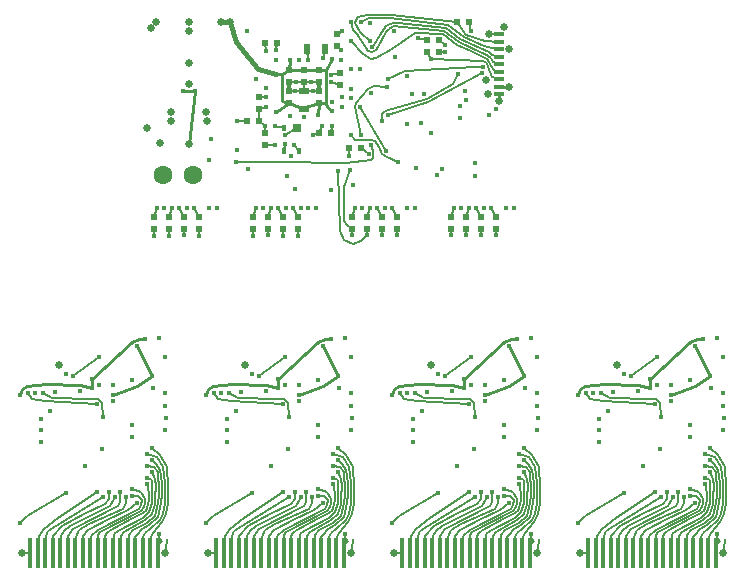
<source format=gbl>
G04 (created by PCBNEW-RS274X (2010-03-14)-final) date Thu 13 Oct 2011 08:56:15 PM EDT*
G01*
G70*
G90*
%MOIN*%
G04 Gerber Fmt 3.4, Leading zero omitted, Abs format*
%FSLAX34Y34*%
G04 APERTURE LIST*
%ADD10C,0.001000*%
%ADD11R,0.010600X0.015700*%
%ADD12R,0.023600X0.019700*%
%ADD13R,0.019700X0.023600*%
%ADD14R,0.035400X0.023600*%
%ADD15R,0.023600X0.035400*%
%ADD16C,0.063000*%
%ADD17R,0.013000X0.100000*%
%ADD18R,0.016500X0.023600*%
%ADD19R,0.031500X0.027600*%
%ADD20R,0.032000X0.013000*%
%ADD21C,0.016000*%
%ADD22C,0.025000*%
%ADD23C,0.005000*%
%ADD24C,0.010000*%
%ADD25C,0.008000*%
%ADD26C,0.015000*%
G04 APERTURE END LIST*
G54D10*
G54D11*
X22252Y-01500D03*
X22448Y-01500D03*
X34652Y-01500D03*
X34848Y-01500D03*
X40852Y-01500D03*
X41048Y-01500D03*
X28452Y-01500D03*
X28648Y-01500D03*
G54D12*
X23000Y09297D03*
X23000Y08903D03*
X23500Y09297D03*
X23500Y08903D03*
X22500Y09297D03*
X22500Y08903D03*
X22000Y09297D03*
X22000Y08903D03*
X29600Y09297D03*
X29600Y08903D03*
X30100Y09297D03*
X30100Y08903D03*
X29100Y09297D03*
X29100Y08903D03*
X28600Y09297D03*
X28600Y08903D03*
X32900Y09297D03*
X32900Y08903D03*
X33400Y09297D03*
X33400Y08903D03*
X32400Y09297D03*
X32400Y08903D03*
X31900Y09297D03*
X31900Y08903D03*
X26300Y09297D03*
X26300Y08903D03*
X26800Y09297D03*
X26800Y08903D03*
X25800Y09297D03*
X25800Y08903D03*
X25300Y09297D03*
X25300Y08903D03*
X27500Y13803D03*
X27500Y14197D03*
X27500Y13497D03*
X27500Y13103D03*
X27000Y13803D03*
X27000Y14197D03*
X28100Y15003D03*
X28100Y15397D03*
X25500Y13297D03*
X25500Y12903D03*
X25700Y11703D03*
X25700Y12097D03*
G54D13*
X28503Y11600D03*
X28897Y11600D03*
X25103Y12500D03*
X25497Y12500D03*
X27897Y12100D03*
X27503Y12100D03*
G54D12*
X28200Y13703D03*
X28200Y14097D03*
X26500Y13803D03*
X26500Y14197D03*
X26500Y13497D03*
X26500Y13103D03*
G54D14*
X27000Y12905D03*
X27000Y13495D03*
G54D15*
X27105Y14900D03*
X27695Y14900D03*
G54D16*
X22300Y10700D03*
X23300Y10700D03*
G54D17*
X17875Y-01900D03*
X18125Y-01900D03*
X18375Y-01900D03*
X18625Y-01900D03*
X18875Y-01900D03*
X19125Y-01900D03*
X19375Y-01900D03*
X19625Y-01900D03*
X19875Y-01900D03*
X20125Y-01900D03*
X20375Y-01900D03*
X20625Y-01900D03*
X20875Y-01900D03*
X21125Y-01900D03*
X21375Y-01900D03*
X21625Y-01900D03*
X21875Y-01900D03*
X22125Y-01900D03*
X30275Y-01900D03*
X30525Y-01900D03*
X30775Y-01900D03*
X31025Y-01900D03*
X31275Y-01900D03*
X31525Y-01900D03*
X31775Y-01900D03*
X32025Y-01900D03*
X32275Y-01900D03*
X32525Y-01900D03*
X32775Y-01900D03*
X33025Y-01900D03*
X33275Y-01900D03*
X33525Y-01900D03*
X33775Y-01900D03*
X34025Y-01900D03*
X34275Y-01900D03*
X34525Y-01900D03*
X36475Y-01900D03*
X36725Y-01900D03*
X36975Y-01900D03*
X37225Y-01900D03*
X37475Y-01900D03*
X37725Y-01900D03*
X37975Y-01900D03*
X38225Y-01900D03*
X38475Y-01900D03*
X38725Y-01900D03*
X38975Y-01900D03*
X39225Y-01900D03*
X39475Y-01900D03*
X39725Y-01900D03*
X39975Y-01900D03*
X40225Y-01900D03*
X40475Y-01900D03*
X40725Y-01900D03*
X24075Y-01900D03*
X24325Y-01900D03*
X24575Y-01900D03*
X24825Y-01900D03*
X25075Y-01900D03*
X25325Y-01900D03*
X25575Y-01900D03*
X25825Y-01900D03*
X26075Y-01900D03*
X26325Y-01900D03*
X26575Y-01900D03*
X26825Y-01900D03*
X27075Y-01900D03*
X27325Y-01900D03*
X27575Y-01900D03*
X27825Y-01900D03*
X28075Y-01900D03*
X28325Y-01900D03*
G54D18*
X26336Y12284D03*
G54D19*
X26789Y12284D03*
G54D18*
X26848Y11496D03*
X26336Y11496D03*
G54D13*
X31103Y15200D03*
X31497Y15200D03*
X32497Y15800D03*
X32103Y15800D03*
X31497Y14800D03*
X31103Y14800D03*
G54D20*
X33500Y15400D03*
X33500Y15150D03*
X33500Y14900D03*
X33500Y14650D03*
X33500Y14400D03*
X33500Y14150D03*
X33500Y13900D03*
X33500Y13650D03*
X33500Y13400D03*
G54D13*
X26097Y15100D03*
X25703Y15100D03*
G54D21*
X28886Y14237D03*
X26704Y10232D03*
X28571Y13285D03*
X28631Y10376D03*
X28267Y12986D03*
X27918Y10219D03*
X29753Y11510D03*
X28882Y12974D03*
X30808Y15255D03*
X29799Y12695D03*
X32947Y14098D03*
X26682Y11714D03*
X29798Y13912D03*
X32969Y14311D03*
X28892Y12030D03*
X29774Y13645D03*
X28581Y12033D03*
X30142Y11150D03*
X29239Y11699D03*
X24748Y11152D03*
X26361Y12024D03*
X23504Y08685D03*
X26798Y08678D03*
X30098Y08697D03*
X33400Y08704D03*
X29242Y13447D03*
X29601Y12491D03*
X32142Y14080D03*
X28892Y15821D03*
X29272Y14970D03*
X28573Y15811D03*
X28569Y15187D03*
X29200Y15169D03*
X31230Y14556D03*
X20106Y00144D03*
X20303Y-00018D03*
X20495Y00138D03*
X20692Y-00014D03*
X20882Y00146D03*
X21083Y-00014D03*
X21431Y-00243D03*
X21291Y00018D03*
X21291Y00239D03*
X21786Y00397D03*
X21783Y00609D03*
X27983Y00609D03*
X21928Y00814D03*
X21785Y01007D03*
X21928Y01200D03*
X21783Y01397D03*
X21932Y01588D03*
X19059Y04076D03*
X20637Y03386D03*
X21933Y04016D03*
X21453Y04989D03*
G54D22*
X18858Y04355D03*
G54D21*
X19308Y04007D03*
X20296Y02623D03*
X18302Y03446D03*
X20097Y03067D03*
X17798Y03451D03*
X28571Y14226D03*
X26899Y09608D03*
X26306Y00144D03*
X26503Y-00018D03*
X26695Y00138D03*
X26892Y-00014D03*
X27082Y00146D03*
X27283Y-00014D03*
X27631Y-00243D03*
X27491Y00018D03*
X27491Y00239D03*
X27986Y00397D03*
X28128Y00814D03*
X27985Y01007D03*
X28128Y01200D03*
X27983Y01397D03*
X28132Y01588D03*
X25259Y04076D03*
X27653Y04989D03*
X28133Y04016D03*
X26837Y03386D03*
G54D22*
X25058Y04355D03*
G54D21*
X25508Y04007D03*
X26368Y04643D03*
X32568Y04643D03*
X24502Y03446D03*
X26496Y02623D03*
X23998Y03451D03*
X26297Y03067D03*
X22997Y08688D03*
X26299Y08685D03*
X29595Y08694D03*
X32900Y08700D03*
X28576Y13583D03*
X32506Y00144D03*
X32703Y-00018D03*
X32895Y00138D03*
X33092Y-00014D03*
X33282Y00146D03*
X33483Y-00014D03*
X33831Y-00243D03*
X33691Y00018D03*
X33691Y00239D03*
X34186Y00397D03*
X34183Y00609D03*
X34328Y00814D03*
X34185Y01007D03*
X34328Y01200D03*
X34183Y01397D03*
X34332Y01588D03*
X31459Y04076D03*
X33853Y04989D03*
X34333Y04016D03*
X33037Y03386D03*
G54D22*
X31258Y04355D03*
G54D21*
X31708Y04007D03*
X30702Y03446D03*
X32696Y02623D03*
X30198Y03451D03*
X32497Y03067D03*
X38706Y00144D03*
X38903Y-00018D03*
X39095Y00138D03*
X39292Y-00014D03*
X39482Y00146D03*
X39683Y-00014D03*
X40031Y-00243D03*
X39891Y00018D03*
X39891Y00239D03*
X40386Y00397D03*
X40383Y00609D03*
X40528Y00814D03*
X40385Y01007D03*
X40528Y01200D03*
X40383Y01397D03*
X40532Y01588D03*
X28145Y10841D03*
X22497Y08682D03*
X25802Y08688D03*
X29104Y08697D03*
X32403Y08700D03*
X22003Y08679D03*
X25308Y08685D03*
X28595Y08708D03*
X31900Y08697D03*
X28555Y10863D03*
X37659Y04076D03*
X40053Y04989D03*
X40533Y04016D03*
X39237Y03386D03*
G54D22*
X37458Y04355D03*
G54D21*
X37908Y04007D03*
X38768Y04643D03*
X20168Y04643D03*
X36902Y03446D03*
X38896Y02623D03*
X36398Y03451D03*
X38697Y03067D03*
X21276Y02380D03*
X21276Y01985D03*
X22391Y02194D03*
X22403Y02607D03*
X22391Y03008D03*
X19551Y03502D03*
X18707Y03465D03*
X21269Y03875D03*
X20648Y03166D03*
X20637Y03696D03*
X20172Y03696D03*
X22379Y03429D03*
X21987Y03594D03*
X22160Y05275D03*
X22387Y04651D03*
X18240Y01791D03*
X18243Y02191D03*
X18245Y02576D03*
X18545Y02845D03*
X18052Y03449D03*
X20276Y01575D03*
X19705Y00999D03*
G54D22*
X22367Y-01901D03*
X17599Y-01896D03*
G54D21*
X23103Y09610D03*
X23845Y09611D03*
X22358Y09614D03*
X25658Y09614D03*
X27145Y09611D03*
X26403Y09610D03*
G54D22*
X23799Y-01896D03*
X28567Y-01901D03*
G54D21*
X25905Y00999D03*
X26476Y01575D03*
X24252Y03449D03*
X24745Y02845D03*
X24445Y02576D03*
X24443Y02191D03*
X24440Y01791D03*
X28587Y04651D03*
X28360Y05275D03*
X28187Y03594D03*
X28579Y03429D03*
X26372Y03696D03*
X26837Y03696D03*
X26848Y03166D03*
X27469Y03875D03*
X24907Y03465D03*
X25751Y03502D03*
X28591Y03008D03*
X28603Y02607D03*
X28591Y02194D03*
X27476Y01985D03*
X27476Y02380D03*
X28958Y09614D03*
X30445Y09611D03*
X29703Y09610D03*
G54D22*
X29999Y-01896D03*
X34767Y-01901D03*
G54D21*
X32105Y00999D03*
X32676Y01575D03*
X30452Y03449D03*
X30945Y02845D03*
X30645Y02576D03*
X30643Y02191D03*
X30640Y01791D03*
X34787Y04651D03*
X34560Y05275D03*
X34387Y03594D03*
X34779Y03429D03*
X32572Y03696D03*
X33037Y03696D03*
X33048Y03166D03*
X33669Y03875D03*
X31107Y03465D03*
X31951Y03502D03*
X34791Y03008D03*
X34803Y02607D03*
X34791Y02194D03*
X33676Y01985D03*
X33676Y02380D03*
X32258Y09614D03*
X33745Y09611D03*
X33003Y09610D03*
G54D22*
X36199Y-01896D03*
X40967Y-01901D03*
G54D21*
X38305Y00999D03*
X38876Y01575D03*
X36652Y03449D03*
X37145Y02845D03*
X36845Y02576D03*
X36843Y02191D03*
X36840Y01791D03*
X40987Y04651D03*
X40760Y05275D03*
X40587Y03594D03*
X40979Y03429D03*
X38772Y03696D03*
X39237Y03696D03*
X39248Y03166D03*
X39869Y03875D03*
X37307Y03465D03*
X38151Y03502D03*
X40991Y03008D03*
X41003Y02607D03*
X40991Y02194D03*
X39876Y01985D03*
X39876Y02380D03*
X30736Y10922D03*
X26056Y12342D03*
X26056Y11714D03*
X26577Y11349D03*
X27948Y12339D03*
X27940Y13126D03*
X27918Y13804D03*
X28244Y14533D03*
X27635Y14605D03*
X26843Y14532D03*
X26061Y14858D03*
X26064Y14547D03*
X25743Y13294D03*
X25739Y13605D03*
X28239Y14867D03*
X30607Y13394D03*
X31001Y13390D03*
X30434Y14009D03*
X32197Y12601D03*
X32193Y12999D03*
X32422Y13194D03*
X33189Y12719D03*
X33395Y12908D03*
X32692Y11104D03*
X32698Y10687D03*
X31606Y10904D03*
X31428Y10704D03*
X28512Y11337D03*
G54D22*
X33836Y14906D03*
X33088Y13864D03*
X33509Y13157D03*
X23759Y12516D03*
X23754Y12815D03*
X22571Y12818D03*
X22573Y12516D03*
X23165Y13751D03*
X23162Y14438D03*
X23162Y15793D03*
X23162Y15508D03*
G54D21*
X26447Y10680D03*
X25153Y10919D03*
X26497Y13652D03*
X27500Y13655D03*
X27297Y13501D03*
X26703Y13496D03*
X26736Y13808D03*
X27255Y13803D03*
X30439Y12392D03*
X30897Y12444D03*
G54D22*
X33164Y15399D03*
G54D21*
X23918Y11906D03*
X23827Y11205D03*
X24778Y11554D03*
X31716Y14796D03*
X31242Y12098D03*
X25115Y15495D03*
X27011Y12643D03*
G54D22*
X22220Y11785D03*
X21788Y12282D03*
G54D21*
X24779Y12501D03*
X31694Y15030D03*
X22097Y09617D03*
X22596Y09609D03*
X23352Y09610D03*
X22845Y09607D03*
X17558Y-00879D03*
X19061Y00117D03*
X25261Y00117D03*
X22174Y-01268D03*
X28697Y09617D03*
X29196Y09609D03*
X29952Y09610D03*
X29445Y09607D03*
X29958Y-00879D03*
X31461Y00117D03*
X34574Y-01268D03*
X31997Y09617D03*
X32496Y09609D03*
X33252Y09610D03*
X32745Y09607D03*
X36158Y-00879D03*
X37661Y00117D03*
X40774Y-01268D03*
X25397Y09617D03*
X25896Y09609D03*
X26652Y09610D03*
X26145Y09607D03*
X23758Y-00879D03*
X28374Y-01268D03*
X27475Y12705D03*
X27926Y12823D03*
X27951Y14557D03*
X26533Y14532D03*
X26071Y14073D03*
X26063Y12818D03*
G54D22*
X24241Y15810D03*
X24534Y15810D03*
G54D21*
X26374Y11722D03*
X27157Y14536D03*
X27914Y14054D03*
X26527Y12681D03*
X25719Y12324D03*
X25735Y12972D03*
X30027Y14649D03*
X32562Y15492D03*
X29167Y11388D03*
X25758Y14839D03*
X28267Y15490D03*
X29210Y15775D03*
X27303Y12036D03*
X27618Y12338D03*
X25416Y13921D03*
X32370Y13490D03*
X30020Y15500D03*
G54D22*
X22062Y15805D03*
X21900Y15611D03*
G54D21*
X28271Y13291D03*
X22973Y13520D03*
X23368Y13516D03*
G54D22*
X23175Y11739D03*
G54D21*
X21714Y05251D03*
X19935Y03612D03*
X19939Y03911D03*
X17546Y03370D03*
X24099Y09594D03*
X27399Y09594D03*
X23746Y03370D03*
X26139Y03911D03*
X26135Y03612D03*
X27914Y05251D03*
X30699Y09594D03*
X29946Y03370D03*
X32339Y03911D03*
X32335Y03612D03*
X34114Y05251D03*
X33999Y09594D03*
X36146Y03370D03*
X38539Y03911D03*
X38535Y03612D03*
X40314Y05251D03*
G54D22*
X33149Y13414D03*
X33849Y13644D03*
X33670Y15640D03*
G54D23*
X29753Y11510D02*
X28882Y12974D01*
X30808Y15255D02*
X31103Y15200D01*
X32947Y14098D02*
X31147Y13142D01*
X31147Y13142D02*
X29799Y12695D01*
X26848Y11496D02*
X26682Y11714D01*
X29798Y13912D02*
X30371Y14161D01*
X30371Y14161D02*
X32709Y14309D01*
X32969Y14311D02*
X32709Y14309D01*
X28892Y12030D02*
X28700Y12955D01*
X28700Y12955D02*
X28745Y13101D01*
X28745Y13101D02*
X29147Y13582D01*
X29147Y13582D02*
X29331Y13675D01*
X29331Y13675D02*
X29774Y13645D01*
X28581Y12033D02*
X28712Y11871D01*
X29379Y11822D02*
X29504Y11630D01*
X29504Y11630D02*
X29602Y11418D01*
X29602Y11418D02*
X29775Y11314D01*
X29775Y11314D02*
X30142Y11150D01*
X29249Y11863D02*
X29379Y11822D01*
X28712Y11871D02*
X29249Y11863D01*
X29239Y11699D02*
X29323Y11521D01*
X29323Y11521D02*
X29323Y11287D01*
X29323Y11287D02*
X29251Y11197D01*
X29251Y11197D02*
X28418Y11107D01*
X28418Y11107D02*
X26081Y11139D01*
X26081Y11139D02*
X24748Y11152D01*
X26361Y12024D02*
X26789Y12284D01*
X23500Y08903D02*
X23504Y08685D01*
X26798Y08678D02*
X26800Y08903D01*
X30100Y08903D02*
X30098Y08697D01*
X33400Y08903D02*
X33400Y08704D01*
X29601Y12491D02*
X29620Y12737D01*
X29620Y12737D02*
X29714Y12838D01*
X29714Y12838D02*
X31109Y13236D01*
X31109Y13236D02*
X31962Y13746D01*
X32142Y14080D02*
X31962Y13746D01*
X28892Y15821D02*
X29180Y15932D01*
X29180Y15932D02*
X29879Y15945D01*
X29879Y15945D02*
X31795Y15703D01*
X31795Y15703D02*
X32340Y15298D01*
X32340Y15298D02*
X33008Y15001D01*
X33008Y15001D02*
X33282Y14924D01*
X33282Y14924D02*
X33500Y14900D01*
X33500Y14900D02*
X33637Y14884D01*
X32216Y15245D02*
X31741Y15609D01*
X30145Y15762D02*
X31741Y15609D01*
X29332Y15039D02*
X29272Y14970D01*
X29531Y15358D02*
X29332Y15039D01*
X29531Y15358D02*
X29756Y15668D01*
X29756Y15668D02*
X29885Y15750D01*
X29885Y15750D02*
X30006Y15773D01*
X30006Y15773D02*
X30145Y15762D01*
X33500Y14650D02*
X33285Y14699D01*
X33285Y14699D02*
X33160Y14797D01*
X33160Y14797D02*
X32876Y14923D01*
X32876Y14923D02*
X32220Y15241D01*
X32936Y14786D02*
X32160Y15136D01*
X32160Y15136D02*
X31683Y15505D01*
X31683Y15505D02*
X29982Y15660D01*
X29982Y15660D02*
X29928Y15646D01*
X29847Y15586D02*
X29747Y15467D01*
X29847Y15586D02*
X29928Y15646D01*
X29472Y14973D02*
X29747Y15467D01*
X29472Y14973D02*
X29395Y14857D01*
X29395Y14857D02*
X29283Y14798D01*
X29283Y14798D02*
X29139Y14852D01*
X29139Y14852D02*
X28775Y15409D01*
X28775Y15409D02*
X28628Y15553D01*
X28628Y15553D02*
X28573Y15811D01*
X33500Y14400D02*
X33314Y14475D01*
X33314Y14475D02*
X33235Y14589D01*
X33235Y14589D02*
X33148Y14678D01*
X33148Y14678D02*
X33046Y14738D01*
X33046Y14738D02*
X32936Y14786D01*
X28569Y15187D02*
X28987Y14746D01*
X28987Y14746D02*
X29240Y14581D01*
X29240Y14581D02*
X29416Y14590D01*
X29416Y14590D02*
X29938Y14912D01*
X29938Y14912D02*
X30717Y15425D01*
X30717Y15425D02*
X31639Y15403D01*
X31639Y15403D02*
X32106Y15050D01*
X32106Y15050D02*
X32570Y14839D01*
X32570Y14839D02*
X33099Y14576D01*
X33099Y14576D02*
X33190Y14471D01*
X33500Y14150D02*
X33326Y14214D01*
X33326Y14214D02*
X33229Y14342D01*
X33229Y14342D02*
X33190Y14471D01*
X29200Y15169D02*
X28860Y15466D01*
X28860Y15466D02*
X28724Y15771D01*
X28724Y15771D02*
X28742Y15872D01*
X28742Y15872D02*
X28796Y15969D01*
X28796Y15969D02*
X29112Y16045D01*
X29112Y16045D02*
X29894Y16054D01*
X29894Y16054D02*
X32103Y15800D01*
X32103Y15800D02*
X32408Y15379D01*
X32408Y15379D02*
X33034Y15171D01*
X33034Y15171D02*
X33500Y15150D01*
X31103Y14800D02*
X31230Y14556D01*
X31230Y14556D02*
X32974Y14493D01*
X32974Y14493D02*
X33095Y14424D01*
X33095Y14424D02*
X33130Y14320D01*
X33130Y14320D02*
X33263Y13961D01*
X33263Y13961D02*
X33500Y13900D01*
X18125Y-01900D02*
X18160Y-01327D01*
X18160Y-01327D02*
X18339Y-01085D01*
X18339Y-01085D02*
X18794Y-00722D01*
X18794Y-00722D02*
X20106Y00144D01*
X18375Y-01900D02*
X18412Y-01332D01*
X18412Y-01332D02*
X18489Y-01172D01*
X18489Y-01172D02*
X18731Y-00983D01*
X18731Y-00983D02*
X20303Y-00018D01*
X18625Y-01900D02*
X18654Y-01336D01*
X18654Y-01336D02*
X18946Y-01002D01*
X18946Y-01002D02*
X19677Y-00586D01*
X19677Y-00586D02*
X20372Y-00276D01*
X20372Y-00276D02*
X20494Y-00107D01*
X20494Y-00107D02*
X20495Y00138D01*
X18875Y-01900D02*
X18920Y-01332D01*
X18920Y-01332D02*
X18999Y-01167D01*
X18999Y-01167D02*
X19193Y-00997D01*
X19193Y-00997D02*
X20537Y-00339D01*
X20537Y-00339D02*
X20691Y-00102D01*
X20692Y-00014D02*
X20691Y-00102D01*
X19125Y-01900D02*
X19135Y-01336D01*
X19135Y-01336D02*
X19294Y-01084D01*
X19294Y-01084D02*
X20795Y-00334D01*
X20795Y-00334D02*
X20886Y-00194D01*
X20886Y-00194D02*
X20882Y00146D01*
X19375Y-01900D02*
X19396Y-01346D01*
X19396Y-01346D02*
X19512Y-01128D01*
X19512Y-01128D02*
X19846Y-00934D01*
X19846Y-00934D02*
X20960Y-00426D01*
X20960Y-00426D02*
X21084Y-00245D01*
X21084Y-00245D02*
X21083Y-00014D01*
X19625Y-01900D02*
X19653Y-01327D01*
X19653Y-01327D02*
X19812Y-01138D01*
X19812Y-01138D02*
X20437Y-00789D01*
X20437Y-00789D02*
X21143Y-00450D01*
X21143Y-00450D02*
X21431Y-00243D01*
X19875Y-01900D02*
X19914Y-01331D01*
X19914Y-01331D02*
X20151Y-01114D01*
X20151Y-01114D02*
X21492Y-00423D01*
X21492Y-00423D02*
X21583Y-00312D01*
X21583Y-00312D02*
X21595Y-00115D01*
X21466Y00019D02*
X21291Y00018D01*
X21595Y-00115D02*
X21466Y00019D01*
X21291Y00239D02*
X21581Y00128D01*
X21581Y00128D02*
X21704Y-00080D01*
X21704Y-00080D02*
X21697Y-00243D01*
X21697Y-00243D02*
X21681Y-00374D01*
X21681Y-00374D02*
X21562Y-00500D01*
X21562Y-00500D02*
X20212Y-01196D01*
X20212Y-01196D02*
X20132Y-01297D01*
X20132Y-01297D02*
X20125Y-01900D01*
X21786Y00397D02*
X21840Y00112D01*
X21840Y00112D02*
X21842Y-00131D01*
X21842Y-00131D02*
X21788Y-00379D01*
X21788Y-00379D02*
X21746Y-00481D01*
X21585Y-00610D02*
X21746Y-00481D01*
X21585Y-00610D02*
X21310Y-00743D01*
X21310Y-00743D02*
X20524Y-01176D01*
X20524Y-01176D02*
X20403Y-01259D01*
X20403Y-01259D02*
X20374Y-01356D01*
X20374Y-01356D02*
X20375Y-01900D01*
X20798Y-01160D02*
X20660Y-01278D01*
X20660Y-01278D02*
X20625Y-01900D01*
X21653Y-00719D02*
X20798Y-01160D01*
X21850Y-00527D02*
X21653Y-00719D01*
X21954Y00399D02*
X21947Y00044D01*
X21947Y00044D02*
X21940Y-00215D01*
X21940Y-00215D02*
X21850Y-00527D01*
X21935Y00544D02*
X21954Y00399D01*
X21783Y00609D02*
X21935Y00544D01*
X27983Y00609D02*
X28135Y00544D01*
X21928Y00814D02*
X22041Y00578D01*
X22041Y00578D02*
X22061Y00329D01*
X22061Y00329D02*
X22054Y-00040D01*
X22054Y-00040D02*
X22038Y-00246D01*
X22038Y-00246D02*
X21935Y-00593D01*
X21935Y-00593D02*
X21716Y-00801D01*
X21716Y-00801D02*
X21008Y-01181D01*
X21008Y-01181D02*
X20892Y-01341D01*
X20892Y-01341D02*
X20875Y-01900D01*
X21785Y01007D02*
X22015Y00963D01*
X22015Y00963D02*
X22130Y00797D01*
X22130Y00797D02*
X22143Y00605D01*
X22143Y00605D02*
X22166Y00358D01*
X22166Y00358D02*
X22160Y00023D01*
X22160Y00023D02*
X22143Y-00241D01*
X22143Y-00241D02*
X22033Y-00654D01*
X22033Y-00654D02*
X21772Y-00885D01*
X21772Y-00885D02*
X21321Y-01128D01*
X21321Y-01128D02*
X21173Y-01293D01*
X21173Y-01293D02*
X21125Y-01900D01*
X21928Y01200D02*
X22085Y01076D01*
X22222Y00880D02*
X22269Y00429D01*
X22269Y00429D02*
X22267Y00072D01*
X22267Y00072D02*
X22251Y-00229D01*
X22251Y-00229D02*
X22143Y-00691D01*
X22143Y-00691D02*
X21847Y-00960D01*
X21847Y-00960D02*
X21618Y-01084D01*
X21618Y-01084D02*
X21425Y-01279D01*
X21425Y-01279D02*
X21389Y-01355D01*
X21389Y-01355D02*
X21375Y-01900D01*
X22085Y01076D02*
X22222Y00880D01*
X21783Y01397D02*
X22105Y01317D01*
X22105Y01317D02*
X22318Y00971D01*
X22318Y00971D02*
X22373Y00434D01*
X22373Y00434D02*
X22366Y-00234D01*
X22366Y-00234D02*
X22311Y-00579D01*
X22311Y-00579D02*
X22202Y-00801D01*
X22202Y-00801D02*
X21865Y-01093D01*
X21865Y-01093D02*
X21704Y-01235D01*
X21704Y-01235D02*
X21644Y-01377D01*
X21644Y-01377D02*
X21625Y-01900D01*
X21932Y01588D02*
X22206Y01365D01*
X22206Y01365D02*
X22441Y00968D01*
X22441Y00968D02*
X22482Y00312D01*
X22482Y00312D02*
X22471Y-00235D01*
X22471Y-00235D02*
X22416Y-00612D01*
X22416Y-00612D02*
X22290Y-00855D01*
X22290Y-00855D02*
X21980Y-01231D01*
X21980Y-01231D02*
X21916Y-01374D01*
X21916Y-01374D02*
X21875Y-01900D01*
G54D24*
X21453Y04989D02*
X21933Y04016D01*
X20637Y03386D02*
X21449Y03678D01*
X21449Y03678D02*
X21933Y04016D01*
G54D23*
X20168Y04643D02*
X19308Y04007D01*
X20296Y02623D02*
X20275Y03094D01*
X20275Y03094D02*
X20222Y03175D01*
X20222Y03175D02*
X20144Y03225D01*
X20144Y03225D02*
X19976Y03232D01*
X19976Y03232D02*
X18595Y03256D01*
X18302Y03446D02*
X18595Y03256D01*
X20097Y03067D02*
X18376Y03168D01*
X18376Y03168D02*
X17952Y03245D01*
X17798Y03451D02*
X17952Y03245D01*
X24994Y-00722D02*
X26306Y00144D01*
X24539Y-01085D02*
X24994Y-00722D01*
X24360Y-01327D02*
X24539Y-01085D01*
X24325Y-01900D02*
X24360Y-01327D01*
X24931Y-00983D02*
X26503Y-00018D01*
X24689Y-01172D02*
X24931Y-00983D01*
X24612Y-01332D02*
X24689Y-01172D01*
X24575Y-01900D02*
X24612Y-01332D01*
X26694Y-00107D02*
X26695Y00138D01*
X26572Y-00276D02*
X26694Y-00107D01*
X25877Y-00586D02*
X26572Y-00276D01*
X25146Y-01002D02*
X25877Y-00586D01*
X24854Y-01336D02*
X25146Y-01002D01*
X24825Y-01900D02*
X24854Y-01336D01*
X26892Y-00014D02*
X26891Y-00102D01*
X26737Y-00339D02*
X26891Y-00102D01*
X25393Y-00997D02*
X26737Y-00339D01*
X25199Y-01167D02*
X25393Y-00997D01*
X25120Y-01332D02*
X25199Y-01167D01*
X25075Y-01900D02*
X25120Y-01332D01*
X27086Y-00194D02*
X27082Y00146D01*
X26995Y-00334D02*
X27086Y-00194D01*
X25494Y-01084D02*
X26995Y-00334D01*
X25335Y-01336D02*
X25494Y-01084D01*
X25325Y-01900D02*
X25335Y-01336D01*
X27284Y-00245D02*
X27283Y-00014D01*
X27160Y-00426D02*
X27284Y-00245D01*
X26046Y-00934D02*
X27160Y-00426D01*
X25712Y-01128D02*
X26046Y-00934D01*
X25596Y-01346D02*
X25712Y-01128D01*
X25575Y-01900D02*
X25596Y-01346D01*
X27343Y-00450D02*
X27631Y-00243D01*
X26637Y-00789D02*
X27343Y-00450D01*
X26012Y-01138D02*
X26637Y-00789D01*
X25853Y-01327D02*
X26012Y-01138D01*
X25825Y-01900D02*
X25853Y-01327D01*
X27795Y-00115D02*
X27666Y00019D01*
X27666Y00019D02*
X27491Y00018D01*
X27783Y-00312D02*
X27795Y-00115D01*
X27692Y-00423D02*
X27783Y-00312D01*
X26351Y-01114D02*
X27692Y-00423D01*
X26114Y-01331D02*
X26351Y-01114D01*
X26075Y-01900D02*
X26114Y-01331D01*
X26332Y-01297D02*
X26325Y-01900D01*
X26412Y-01196D02*
X26332Y-01297D01*
X27762Y-00500D02*
X26412Y-01196D01*
X27881Y-00374D02*
X27762Y-00500D01*
X27897Y-00243D02*
X27881Y-00374D01*
X27904Y-00080D02*
X27897Y-00243D01*
X27781Y00128D02*
X27904Y-00080D01*
X27491Y00239D02*
X27781Y00128D01*
X26574Y-01356D02*
X26575Y-01900D01*
X26603Y-01259D02*
X26574Y-01356D01*
X26724Y-01176D02*
X26603Y-01259D01*
X27510Y-00743D02*
X26724Y-01176D01*
X27785Y-00610D02*
X27510Y-00743D01*
X27785Y-00610D02*
X27946Y-00481D01*
X27988Y-00379D02*
X27946Y-00481D01*
X28042Y-00131D02*
X27988Y-00379D01*
X28040Y00112D02*
X28042Y-00131D01*
X27986Y00397D02*
X28040Y00112D01*
X28140Y-00215D02*
X28050Y-00527D01*
X28147Y00044D02*
X28140Y-00215D01*
X28154Y00399D02*
X28147Y00044D01*
X28135Y00544D02*
X28154Y00399D01*
X28050Y-00527D02*
X27853Y-00719D01*
X27853Y-00719D02*
X26998Y-01160D01*
X26860Y-01278D02*
X26825Y-01900D01*
X26998Y-01160D02*
X26860Y-01278D01*
X27092Y-01341D02*
X27075Y-01900D01*
X27208Y-01181D02*
X27092Y-01341D01*
X27916Y-00801D02*
X27208Y-01181D01*
X28135Y-00593D02*
X27916Y-00801D01*
X28238Y-00246D02*
X28135Y-00593D01*
X28254Y-00040D02*
X28238Y-00246D01*
X28261Y00329D02*
X28254Y-00040D01*
X28241Y00578D02*
X28261Y00329D01*
X28128Y00814D02*
X28241Y00578D01*
X27373Y-01293D02*
X27325Y-01900D01*
X27521Y-01128D02*
X27373Y-01293D01*
X27972Y-00885D02*
X27521Y-01128D01*
X28233Y-00654D02*
X27972Y-00885D01*
X28343Y-00241D02*
X28233Y-00654D01*
X28360Y00023D02*
X28343Y-00241D01*
X28366Y00358D02*
X28360Y00023D01*
X28343Y00605D02*
X28366Y00358D01*
X28330Y00797D02*
X28343Y00605D01*
X28215Y00963D02*
X28330Y00797D01*
X27985Y01007D02*
X28215Y00963D01*
X28285Y01076D02*
X28422Y00880D01*
X27589Y-01355D02*
X27575Y-01900D01*
X27625Y-01279D02*
X27589Y-01355D01*
X27818Y-01084D02*
X27625Y-01279D01*
X28047Y-00960D02*
X27818Y-01084D01*
X28343Y-00691D02*
X28047Y-00960D01*
X28451Y-00229D02*
X28343Y-00691D01*
X28467Y00072D02*
X28451Y-00229D01*
X28469Y00429D02*
X28467Y00072D01*
X28422Y00880D02*
X28469Y00429D01*
X28128Y01200D02*
X28285Y01076D01*
X27844Y-01377D02*
X27825Y-01900D01*
X27904Y-01235D02*
X27844Y-01377D01*
X28065Y-01093D02*
X27904Y-01235D01*
X28402Y-00801D02*
X28065Y-01093D01*
X28511Y-00579D02*
X28402Y-00801D01*
X28566Y-00234D02*
X28511Y-00579D01*
X28573Y00434D02*
X28566Y-00234D01*
X28518Y00971D02*
X28573Y00434D01*
X28305Y01317D02*
X28518Y00971D01*
X27983Y01397D02*
X28305Y01317D01*
X28116Y-01374D02*
X28075Y-01900D01*
X28180Y-01231D02*
X28116Y-01374D01*
X28490Y-00855D02*
X28180Y-01231D01*
X28616Y-00612D02*
X28490Y-00855D01*
X28671Y-00235D02*
X28616Y-00612D01*
X28682Y00312D02*
X28671Y-00235D01*
X28641Y00968D02*
X28682Y00312D01*
X28406Y01365D02*
X28641Y00968D01*
X28132Y01588D02*
X28406Y01365D01*
G54D24*
X27649Y03678D02*
X28133Y04016D01*
X26837Y03386D02*
X27649Y03678D01*
X27653Y04989D02*
X28133Y04016D01*
G54D23*
X26368Y04643D02*
X25508Y04007D01*
X32568Y04643D02*
X31708Y04007D01*
X24502Y03446D02*
X24795Y03256D01*
X26176Y03232D02*
X24795Y03256D01*
X26344Y03225D02*
X26176Y03232D01*
X26422Y03175D02*
X26344Y03225D01*
X26475Y03094D02*
X26422Y03175D01*
X26496Y02623D02*
X26475Y03094D01*
X23998Y03451D02*
X24152Y03245D01*
X24576Y03168D02*
X24152Y03245D01*
X26297Y03067D02*
X24576Y03168D01*
X23000Y08903D02*
X22997Y08688D01*
X26300Y08903D02*
X26299Y08685D01*
X29600Y08903D02*
X29595Y08694D01*
X32900Y08903D02*
X32900Y08700D01*
X31194Y-00722D02*
X32506Y00144D01*
X30739Y-01085D02*
X31194Y-00722D01*
X30560Y-01327D02*
X30739Y-01085D01*
X30525Y-01900D02*
X30560Y-01327D01*
X31131Y-00983D02*
X32703Y-00018D01*
X30889Y-01172D02*
X31131Y-00983D01*
X30812Y-01332D02*
X30889Y-01172D01*
X30775Y-01900D02*
X30812Y-01332D01*
X32894Y-00107D02*
X32895Y00138D01*
X32772Y-00276D02*
X32894Y-00107D01*
X32077Y-00586D02*
X32772Y-00276D01*
X31346Y-01002D02*
X32077Y-00586D01*
X31054Y-01336D02*
X31346Y-01002D01*
X31025Y-01900D02*
X31054Y-01336D01*
X33092Y-00014D02*
X33091Y-00102D01*
X32937Y-00339D02*
X33091Y-00102D01*
X31593Y-00997D02*
X32937Y-00339D01*
X31399Y-01167D02*
X31593Y-00997D01*
X31320Y-01332D02*
X31399Y-01167D01*
X31275Y-01900D02*
X31320Y-01332D01*
X33286Y-00194D02*
X33282Y00146D01*
X33195Y-00334D02*
X33286Y-00194D01*
X31694Y-01084D02*
X33195Y-00334D01*
X31535Y-01336D02*
X31694Y-01084D01*
X31525Y-01900D02*
X31535Y-01336D01*
X33484Y-00245D02*
X33483Y-00014D01*
X33360Y-00426D02*
X33484Y-00245D01*
X32246Y-00934D02*
X33360Y-00426D01*
X31912Y-01128D02*
X32246Y-00934D01*
X31796Y-01346D02*
X31912Y-01128D01*
X31775Y-01900D02*
X31796Y-01346D01*
X33543Y-00450D02*
X33831Y-00243D01*
X32837Y-00789D02*
X33543Y-00450D01*
X32212Y-01138D02*
X32837Y-00789D01*
X32053Y-01327D02*
X32212Y-01138D01*
X32025Y-01900D02*
X32053Y-01327D01*
X33995Y-00115D02*
X33866Y00019D01*
X33866Y00019D02*
X33691Y00018D01*
X33983Y-00312D02*
X33995Y-00115D01*
X33892Y-00423D02*
X33983Y-00312D01*
X32551Y-01114D02*
X33892Y-00423D01*
X32314Y-01331D02*
X32551Y-01114D01*
X32275Y-01900D02*
X32314Y-01331D01*
X32532Y-01297D02*
X32525Y-01900D01*
X32612Y-01196D02*
X32532Y-01297D01*
X33962Y-00500D02*
X32612Y-01196D01*
X34081Y-00374D02*
X33962Y-00500D01*
X34097Y-00243D02*
X34081Y-00374D01*
X34104Y-00080D02*
X34097Y-00243D01*
X33981Y00128D02*
X34104Y-00080D01*
X33691Y00239D02*
X33981Y00128D01*
X32774Y-01356D02*
X32775Y-01900D01*
X32803Y-01259D02*
X32774Y-01356D01*
X32924Y-01176D02*
X32803Y-01259D01*
X33710Y-00743D02*
X32924Y-01176D01*
X33985Y-00610D02*
X33710Y-00743D01*
X33985Y-00610D02*
X34146Y-00481D01*
X34188Y-00379D02*
X34146Y-00481D01*
X34242Y-00131D02*
X34188Y-00379D01*
X34240Y00112D02*
X34242Y-00131D01*
X34186Y00397D02*
X34240Y00112D01*
X34340Y-00215D02*
X34250Y-00527D01*
X34347Y00044D02*
X34340Y-00215D01*
X34354Y00399D02*
X34347Y00044D01*
X34335Y00544D02*
X34354Y00399D01*
X34183Y00609D02*
X34335Y00544D01*
X34250Y-00527D02*
X34053Y-00719D01*
X34053Y-00719D02*
X33198Y-01160D01*
X33060Y-01278D02*
X33025Y-01900D01*
X33198Y-01160D02*
X33060Y-01278D01*
X33292Y-01341D02*
X33275Y-01900D01*
X33408Y-01181D02*
X33292Y-01341D01*
X34116Y-00801D02*
X33408Y-01181D01*
X34335Y-00593D02*
X34116Y-00801D01*
X34438Y-00246D02*
X34335Y-00593D01*
X34454Y-00040D02*
X34438Y-00246D01*
X34461Y00329D02*
X34454Y-00040D01*
X34441Y00578D02*
X34461Y00329D01*
X34328Y00814D02*
X34441Y00578D01*
X33573Y-01293D02*
X33525Y-01900D01*
X33721Y-01128D02*
X33573Y-01293D01*
X34172Y-00885D02*
X33721Y-01128D01*
X34433Y-00654D02*
X34172Y-00885D01*
X34543Y-00241D02*
X34433Y-00654D01*
X34560Y00023D02*
X34543Y-00241D01*
X34566Y00358D02*
X34560Y00023D01*
X34543Y00605D02*
X34566Y00358D01*
X34530Y00797D02*
X34543Y00605D01*
X34415Y00963D02*
X34530Y00797D01*
X34185Y01007D02*
X34415Y00963D01*
X34485Y01076D02*
X34622Y00880D01*
X33789Y-01355D02*
X33775Y-01900D01*
X33825Y-01279D02*
X33789Y-01355D01*
X34018Y-01084D02*
X33825Y-01279D01*
X34247Y-00960D02*
X34018Y-01084D01*
X34543Y-00691D02*
X34247Y-00960D01*
X34651Y-00229D02*
X34543Y-00691D01*
X34667Y00072D02*
X34651Y-00229D01*
X34669Y00429D02*
X34667Y00072D01*
X34622Y00880D02*
X34669Y00429D01*
X34328Y01200D02*
X34485Y01076D01*
X34044Y-01377D02*
X34025Y-01900D01*
X34104Y-01235D02*
X34044Y-01377D01*
X34265Y-01093D02*
X34104Y-01235D01*
X34602Y-00801D02*
X34265Y-01093D01*
X34711Y-00579D02*
X34602Y-00801D01*
X34766Y-00234D02*
X34711Y-00579D01*
X34773Y00434D02*
X34766Y-00234D01*
X34718Y00971D02*
X34773Y00434D01*
X34505Y01317D02*
X34718Y00971D01*
X34183Y01397D02*
X34505Y01317D01*
X34316Y-01374D02*
X34275Y-01900D01*
X34380Y-01231D02*
X34316Y-01374D01*
X34690Y-00855D02*
X34380Y-01231D01*
X34816Y-00612D02*
X34690Y-00855D01*
X34871Y-00235D02*
X34816Y-00612D01*
X34882Y00312D02*
X34871Y-00235D01*
X34841Y00968D02*
X34882Y00312D01*
X34606Y01365D02*
X34841Y00968D01*
X34332Y01588D02*
X34606Y01365D01*
G54D24*
X33849Y03678D02*
X34333Y04016D01*
X33037Y03386D02*
X33849Y03678D01*
X33853Y04989D02*
X34333Y04016D01*
G54D23*
X30702Y03446D02*
X30995Y03256D01*
X32376Y03232D02*
X30995Y03256D01*
X32544Y03225D02*
X32376Y03232D01*
X32622Y03175D02*
X32544Y03225D01*
X32675Y03094D02*
X32622Y03175D01*
X32696Y02623D02*
X32675Y03094D01*
X30198Y03451D02*
X30352Y03245D01*
X30776Y03168D02*
X30352Y03245D01*
X32497Y03067D02*
X30776Y03168D01*
X37394Y-00722D02*
X38706Y00144D01*
X36939Y-01085D02*
X37394Y-00722D01*
X36760Y-01327D02*
X36939Y-01085D01*
X36725Y-01900D02*
X36760Y-01327D01*
X37331Y-00983D02*
X38903Y-00018D01*
X37089Y-01172D02*
X37331Y-00983D01*
X37012Y-01332D02*
X37089Y-01172D01*
X36975Y-01900D02*
X37012Y-01332D01*
X39094Y-00107D02*
X39095Y00138D01*
X38972Y-00276D02*
X39094Y-00107D01*
X38277Y-00586D02*
X38972Y-00276D01*
X37546Y-01002D02*
X38277Y-00586D01*
X37254Y-01336D02*
X37546Y-01002D01*
X37225Y-01900D02*
X37254Y-01336D01*
X39292Y-00014D02*
X39291Y-00102D01*
X39137Y-00339D02*
X39291Y-00102D01*
X37793Y-00997D02*
X39137Y-00339D01*
X37599Y-01167D02*
X37793Y-00997D01*
X37520Y-01332D02*
X37599Y-01167D01*
X37475Y-01900D02*
X37520Y-01332D01*
X39486Y-00194D02*
X39482Y00146D01*
X39395Y-00334D02*
X39486Y-00194D01*
X37894Y-01084D02*
X39395Y-00334D01*
X37735Y-01336D02*
X37894Y-01084D01*
X37725Y-01900D02*
X37735Y-01336D01*
X39684Y-00245D02*
X39683Y-00014D01*
X39560Y-00426D02*
X39684Y-00245D01*
X38446Y-00934D02*
X39560Y-00426D01*
X38112Y-01128D02*
X38446Y-00934D01*
X37996Y-01346D02*
X38112Y-01128D01*
X37975Y-01900D02*
X37996Y-01346D01*
X39743Y-00450D02*
X40031Y-00243D01*
X39037Y-00789D02*
X39743Y-00450D01*
X38412Y-01138D02*
X39037Y-00789D01*
X38253Y-01327D02*
X38412Y-01138D01*
X38225Y-01900D02*
X38253Y-01327D01*
X40195Y-00115D02*
X40066Y00019D01*
X40066Y00019D02*
X39891Y00018D01*
X40183Y-00312D02*
X40195Y-00115D01*
X40092Y-00423D02*
X40183Y-00312D01*
X38751Y-01114D02*
X40092Y-00423D01*
X38514Y-01331D02*
X38751Y-01114D01*
X38475Y-01900D02*
X38514Y-01331D01*
X38732Y-01297D02*
X38725Y-01900D01*
X38812Y-01196D02*
X38732Y-01297D01*
X40162Y-00500D02*
X38812Y-01196D01*
X40281Y-00374D02*
X40162Y-00500D01*
X40297Y-00243D02*
X40281Y-00374D01*
X40304Y-00080D02*
X40297Y-00243D01*
X40181Y00128D02*
X40304Y-00080D01*
X39891Y00239D02*
X40181Y00128D01*
X38974Y-01356D02*
X38975Y-01900D01*
X39003Y-01259D02*
X38974Y-01356D01*
X39124Y-01176D02*
X39003Y-01259D01*
X39910Y-00743D02*
X39124Y-01176D01*
X40185Y-00610D02*
X39910Y-00743D01*
X40185Y-00610D02*
X40346Y-00481D01*
X40388Y-00379D02*
X40346Y-00481D01*
X40442Y-00131D02*
X40388Y-00379D01*
X40440Y00112D02*
X40442Y-00131D01*
X40386Y00397D02*
X40440Y00112D01*
X40540Y-00215D02*
X40450Y-00527D01*
X40547Y00044D02*
X40540Y-00215D01*
X40554Y00399D02*
X40547Y00044D01*
X40535Y00544D02*
X40554Y00399D01*
X40383Y00609D02*
X40535Y00544D01*
X40450Y-00527D02*
X40253Y-00719D01*
X40253Y-00719D02*
X39398Y-01160D01*
X39260Y-01278D02*
X39225Y-01900D01*
X39398Y-01160D02*
X39260Y-01278D01*
X39492Y-01341D02*
X39475Y-01900D01*
X39608Y-01181D02*
X39492Y-01341D01*
X40316Y-00801D02*
X39608Y-01181D01*
X40535Y-00593D02*
X40316Y-00801D01*
X40638Y-00246D02*
X40535Y-00593D01*
X40654Y-00040D02*
X40638Y-00246D01*
X40661Y00329D02*
X40654Y-00040D01*
X40641Y00578D02*
X40661Y00329D01*
X40528Y00814D02*
X40641Y00578D01*
X39773Y-01293D02*
X39725Y-01900D01*
X39921Y-01128D02*
X39773Y-01293D01*
X40372Y-00885D02*
X39921Y-01128D01*
X40633Y-00654D02*
X40372Y-00885D01*
X40743Y-00241D02*
X40633Y-00654D01*
X40760Y00023D02*
X40743Y-00241D01*
X40766Y00358D02*
X40760Y00023D01*
X40743Y00605D02*
X40766Y00358D01*
X40730Y00797D02*
X40743Y00605D01*
X40615Y00963D02*
X40730Y00797D01*
X40385Y01007D02*
X40615Y00963D01*
X40685Y01076D02*
X40822Y00880D01*
X39989Y-01355D02*
X39975Y-01900D01*
X40025Y-01279D02*
X39989Y-01355D01*
X40218Y-01084D02*
X40025Y-01279D01*
X40447Y-00960D02*
X40218Y-01084D01*
X40743Y-00691D02*
X40447Y-00960D01*
X40851Y-00229D02*
X40743Y-00691D01*
X40867Y00072D02*
X40851Y-00229D01*
X40869Y00429D02*
X40867Y00072D01*
X40822Y00880D02*
X40869Y00429D01*
X40528Y01200D02*
X40685Y01076D01*
X40244Y-01377D02*
X40225Y-01900D01*
X40304Y-01235D02*
X40244Y-01377D01*
X40465Y-01093D02*
X40304Y-01235D01*
X40802Y-00801D02*
X40465Y-01093D01*
X40911Y-00579D02*
X40802Y-00801D01*
X40966Y-00234D02*
X40911Y-00579D01*
X40973Y00434D02*
X40966Y-00234D01*
X40918Y00971D02*
X40973Y00434D01*
X40705Y01317D02*
X40918Y00971D01*
X40383Y01397D02*
X40705Y01317D01*
X40516Y-01374D02*
X40475Y-01900D01*
X40580Y-01231D02*
X40516Y-01374D01*
X40890Y-00855D02*
X40580Y-01231D01*
X41016Y-00612D02*
X40890Y-00855D01*
X41071Y-00235D02*
X41016Y-00612D01*
X41082Y00312D02*
X41071Y-00235D01*
X41041Y00968D02*
X41082Y00312D01*
X40806Y01365D02*
X41041Y00968D01*
X40532Y01588D02*
X40806Y01365D01*
X22500Y08903D02*
X22497Y08682D01*
X25800Y08903D02*
X25802Y08688D01*
X29100Y08903D02*
X29104Y08697D01*
X32400Y08903D02*
X32403Y08700D01*
X28145Y10841D02*
X28202Y08844D01*
X28202Y08844D02*
X28337Y08538D01*
X28337Y08538D02*
X28652Y08403D01*
X28652Y08403D02*
X28910Y08511D01*
X28910Y08511D02*
X29104Y08697D01*
X22000Y08903D02*
X22003Y08679D01*
X25300Y08903D02*
X25308Y08685D01*
X28595Y08708D02*
X28600Y08903D01*
X31900Y08903D02*
X31900Y08697D01*
X28555Y10863D02*
X28345Y10306D01*
X28345Y10306D02*
X28353Y09185D01*
X28353Y09185D02*
X28434Y09023D01*
X28434Y09023D02*
X28600Y08903D01*
G54D24*
X40049Y03678D02*
X40533Y04016D01*
X39237Y03386D02*
X40049Y03678D01*
X40053Y04989D02*
X40533Y04016D01*
G54D23*
X38768Y04643D02*
X37908Y04007D01*
X36902Y03446D02*
X37195Y03256D01*
X38576Y03232D02*
X37195Y03256D01*
X38744Y03225D02*
X38576Y03232D01*
X38822Y03175D02*
X38744Y03225D01*
X38875Y03094D02*
X38822Y03175D01*
X38896Y02623D02*
X38875Y03094D01*
X36398Y03451D02*
X36552Y03245D01*
X36976Y03168D02*
X36552Y03245D01*
X38697Y03067D02*
X36976Y03168D01*
X22367Y-01901D02*
X22448Y-01500D01*
X17875Y-01900D02*
X17599Y-01896D01*
X24075Y-01900D02*
X23799Y-01896D01*
X28567Y-01901D02*
X28648Y-01500D01*
X30275Y-01900D02*
X29999Y-01896D01*
X34767Y-01901D02*
X34848Y-01500D01*
X36475Y-01900D02*
X36199Y-01896D01*
X40967Y-01901D02*
X41048Y-01500D01*
X26336Y12284D02*
X26056Y12342D01*
X25500Y13297D02*
X25743Y13294D01*
X26097Y15100D02*
X26061Y14858D01*
X28100Y15003D02*
X28239Y14867D01*
X27918Y13804D02*
X28200Y13703D01*
X27897Y12100D02*
X27948Y12339D01*
X28512Y11337D02*
X28503Y11600D01*
G54D24*
X33509Y13157D02*
X33500Y13400D01*
G54D23*
X27695Y14900D02*
X27635Y14605D01*
X26500Y13497D02*
X26497Y13652D01*
X26500Y13803D02*
X26497Y13652D01*
X27500Y13803D02*
X27500Y13655D01*
X27500Y13497D02*
X27500Y13655D01*
X27000Y13495D02*
X27297Y13501D01*
X27500Y13497D02*
X27297Y13501D01*
X26500Y13497D02*
X26703Y13496D01*
X27000Y13495D02*
X26703Y13496D01*
X26500Y13803D02*
X26736Y13808D01*
X27000Y13803D02*
X26736Y13808D01*
X26974Y13804D02*
X27255Y13803D01*
X27500Y13803D02*
X27255Y13803D01*
X27000Y13803D02*
X27000Y13495D01*
X33500Y15400D02*
X33175Y15399D01*
X31497Y14800D02*
X31716Y14796D01*
X25700Y11703D02*
X26056Y11714D01*
X24779Y12501D02*
X25103Y12500D01*
X31497Y15200D02*
X31694Y15030D01*
G54D25*
X22097Y09617D02*
X22000Y09297D01*
X22596Y09609D02*
X22500Y09297D01*
X23352Y09610D02*
X23500Y09297D01*
X22845Y09607D02*
X23000Y09297D01*
G54D23*
X17558Y-00879D02*
X17781Y-00653D01*
X17781Y-00653D02*
X19061Y00117D01*
X23981Y-00653D02*
X25261Y00117D01*
X23758Y-00879D02*
X23981Y-00653D01*
X22125Y-01900D02*
X22175Y-01388D01*
X22174Y-01268D02*
X22175Y-01388D01*
G54D24*
X22252Y-01500D02*
X22171Y-01461D01*
X22252Y-01500D02*
X22162Y-01544D01*
G54D23*
X22175Y-01388D02*
X22252Y-01500D01*
G54D25*
X28697Y09617D02*
X28600Y09297D01*
X29196Y09609D02*
X29100Y09297D01*
X29952Y09610D02*
X30100Y09297D01*
X29445Y09607D02*
X29600Y09297D01*
G54D23*
X30181Y-00653D02*
X31461Y00117D01*
X29958Y-00879D02*
X30181Y-00653D01*
X34575Y-01388D02*
X34652Y-01500D01*
G54D24*
X34652Y-01500D02*
X34562Y-01544D01*
X34652Y-01500D02*
X34571Y-01461D01*
G54D23*
X34574Y-01268D02*
X34575Y-01388D01*
X34525Y-01900D02*
X34575Y-01388D01*
G54D25*
X31997Y09617D02*
X31900Y09297D01*
X32496Y09609D02*
X32400Y09297D01*
X33252Y09610D02*
X33400Y09297D01*
X32745Y09607D02*
X32900Y09297D01*
G54D23*
X36381Y-00653D02*
X37661Y00117D01*
X36158Y-00879D02*
X36381Y-00653D01*
X40775Y-01388D02*
X40852Y-01500D01*
G54D24*
X40852Y-01500D02*
X40762Y-01544D01*
X40852Y-01500D02*
X40771Y-01461D01*
G54D23*
X40774Y-01268D02*
X40775Y-01388D01*
X40725Y-01900D02*
X40775Y-01388D01*
G54D25*
X25397Y09617D02*
X25300Y09297D01*
X25896Y09609D02*
X25800Y09297D01*
X26652Y09610D02*
X26800Y09297D01*
X26145Y09607D02*
X26300Y09297D01*
G54D23*
X28375Y-01388D02*
X28452Y-01500D01*
G54D24*
X28452Y-01500D02*
X28362Y-01544D01*
X28452Y-01500D02*
X28371Y-01461D01*
G54D23*
X28374Y-01268D02*
X28375Y-01388D01*
X28325Y-01900D02*
X28375Y-01388D01*
G54D24*
X26500Y13103D02*
X27000Y12905D01*
X26943Y12928D02*
X27500Y13103D01*
X26071Y14073D02*
X26262Y14073D01*
X26500Y14197D02*
X27000Y14197D01*
X27000Y14197D02*
X27500Y14197D01*
X26533Y14532D02*
X26500Y14197D01*
X27500Y13103D02*
X27475Y12705D01*
X27500Y13103D02*
X27744Y13113D01*
X26500Y13103D02*
X26063Y12818D01*
X26266Y13185D02*
X26500Y13103D01*
X26266Y13185D02*
X26262Y14073D01*
X26262Y14073D02*
X26500Y14197D01*
X27500Y14197D02*
X27732Y14195D01*
X27744Y13113D02*
X27732Y14195D01*
X27926Y12823D02*
X27772Y12983D01*
X27772Y12983D02*
X27744Y13113D01*
G54D26*
X24241Y15810D02*
X24534Y15810D01*
X24534Y15810D02*
X24736Y15133D01*
X24736Y15133D02*
X25475Y14234D01*
X25475Y14234D02*
X26071Y14073D01*
G54D24*
X27732Y14195D02*
X27951Y14557D01*
G54D23*
X26336Y11496D02*
X26374Y11722D01*
X25719Y12324D02*
X25700Y12097D01*
X25500Y12903D02*
X25735Y12972D01*
X28897Y11600D02*
X29167Y11388D01*
X25497Y12500D02*
X25719Y12324D01*
X25500Y12903D02*
X25497Y12500D01*
X25703Y15100D02*
X25758Y14839D01*
X28102Y15333D02*
X28267Y15490D01*
X27914Y14054D02*
X28200Y14097D01*
X27618Y12338D02*
X27503Y12100D01*
X27303Y12036D02*
X27503Y12100D01*
X27105Y14900D02*
X27157Y14536D01*
X32497Y15800D02*
X32562Y15492D01*
G54D24*
X22973Y13520D02*
X23368Y13516D01*
X23175Y11739D02*
X23368Y13516D01*
X19939Y03911D02*
X19935Y03612D01*
X19939Y03911D02*
X21264Y05149D01*
X21264Y05149D02*
X21513Y05242D01*
X21513Y05242D02*
X21714Y05251D01*
X19935Y03612D02*
X19547Y03693D01*
X19547Y03693D02*
X18406Y03743D01*
X18406Y03743D02*
X17770Y03667D01*
X17770Y03667D02*
X17592Y03572D01*
X17592Y03572D02*
X17546Y03370D01*
X23792Y03572D02*
X23746Y03370D01*
X23970Y03667D02*
X23792Y03572D01*
X24606Y03743D02*
X23970Y03667D01*
X25747Y03693D02*
X24606Y03743D01*
X26135Y03612D02*
X25747Y03693D01*
X27713Y05242D02*
X27914Y05251D01*
X27464Y05149D02*
X27713Y05242D01*
X26139Y03911D02*
X27464Y05149D01*
X26139Y03911D02*
X26135Y03612D01*
X29992Y03572D02*
X29946Y03370D01*
X30170Y03667D02*
X29992Y03572D01*
X30806Y03743D02*
X30170Y03667D01*
X31947Y03693D02*
X30806Y03743D01*
X32335Y03612D02*
X31947Y03693D01*
X33913Y05242D02*
X34114Y05251D01*
X33664Y05149D02*
X33913Y05242D01*
X32339Y03911D02*
X33664Y05149D01*
X32339Y03911D02*
X32335Y03612D01*
X36192Y03572D02*
X36146Y03370D01*
X36370Y03667D02*
X36192Y03572D01*
X37006Y03743D02*
X36370Y03667D01*
X38147Y03693D02*
X37006Y03743D01*
X38535Y03612D02*
X38147Y03693D01*
X40113Y05242D02*
X40314Y05251D01*
X39864Y05149D02*
X40113Y05242D01*
X38539Y03911D02*
X39864Y05149D01*
X38539Y03911D02*
X38535Y03612D01*
X33849Y13644D02*
X33500Y13650D01*
M02*

</source>
